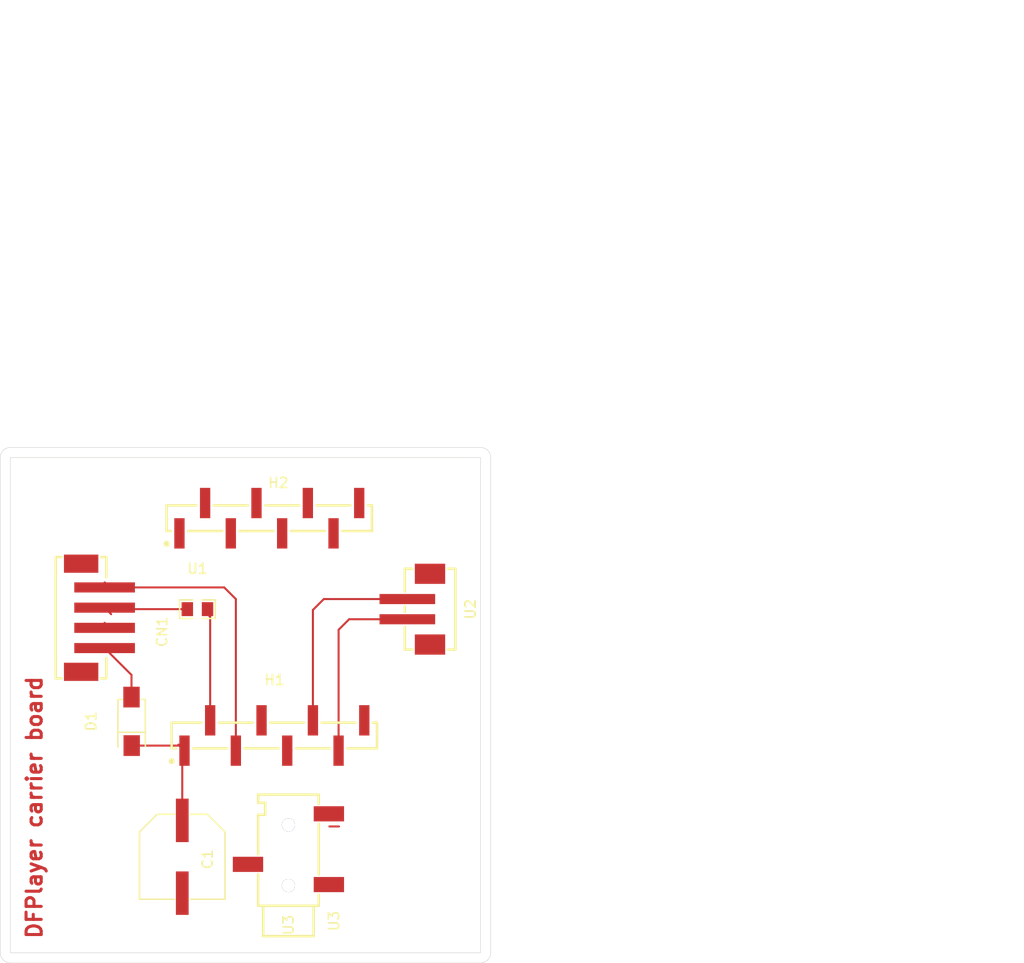
<source format=kicad_pcb>
(kicad_pcb (version 20241229) (generator "pcbnew") (generator_version "9.0")
  (layers (0 "F.Cu" signal) (2 "B.Cu" signal) (13 "F.Paste" user) (15 "B.Paste" user) (5 "F.SilkS" user "F.Silkscreen") (7 "B.SilkS" user "B.Silkscreen") (1 "F.Mask" user) (3 "B.Mask" user) (25 "Edge.Cuts" user))
  (net 0 "")
  (net 1 "_4")
  (net 2 "ADKEY_2")
  (net 3 "_6")
  (net 4 "ADKEY_1")
  (net 5 "df_header_right-GND")
  (net 6 "_3")
  (net 7 "_5")
  (net 8 "IO_2")
  (net 9 "IO_1")
  (net 11 "BUSY")
  (net 12 "SPK_1")
  (net 13 "power_5v-VCC")
  (net 15 "df_header_left-VCC")
  (net 16 "TX")
  (net 17 "USB_M")
  (net 19 "USB_P")
  (net 20 "net")
  (net 21 "df_header_left-RX")
  (net 22 "footprint-RX")
  (net 23 "power_5v-GND")
  (net 24 "DAC_R")
  (net 25 "DAC_L")
  (net 26 "SPK_2")
  (footprint "hanxia_HX_PM2_54_1x8P_TP_H8_5_ZQ:HDR-SMD_8P-P2.54-V-F-LS4.7" (layer "F.Cu") (at 152.61 81 0)
    (property "Reference" "H2" (at 0.89 -3.5 0) (layer "F.SilkS") (hide no))
    (property "Value" "")
    (fp_line (start -10.16 -1.27) (end -7.22 -1.27) (stroke (width 0.25)) (layer "F.SilkS"))
    (fp_line (start -10.16 1.27) (end -10.16 -1.27) (stroke (width 0.25)) (layer "F.SilkS"))
    (fp_line (start -9.75 1.27) (end -10.16 1.27) (stroke (width 0.25)) (layer "F.SilkS"))
    (fp_line (start -5.49 -1.27) (end -2.13 -1.27) (stroke (width 0.25)) (layer "F.SilkS"))
    (fp_line (start -4.67 1.27) (end -8.02 1.27) (stroke (width 0.25)) (layer "F.SilkS"))
    (fp_line (start -0.4 -1.27) (end 2.95 -1.27) (stroke (width 0.25)) (layer "F.SilkS"))
    (fp_line (start 0.4 1.27) (end -2.95 1.27) (stroke (width 0.25)) (layer "F.SilkS"))
    (fp_line (start 4.67 -1.27) (end 8.02 -1.27) (stroke (width 0.25)) (layer "F.SilkS"))
    (fp_line (start 5.49 1.27) (end 2.13 1.27) (stroke (width 0.25)) (layer "F.SilkS"))
    (fp_line (start 7.22 1.27) (end 10.15 1.27) (stroke (width 0.25)) (layer "F.SilkS"))
    (fp_line (start 10.15 -1.27) (end 9.75 -1.27) (stroke (width 0.25)) (layer "F.SilkS"))
    (fp_line (start 10.15 -1.27) (end 10.15 -0.51) (stroke (width 0.25)) (layer "F.SilkS"))
    (fp_line (start 10.15 -0.51) (end 10.15 1.27) (stroke (width 0.25)) (layer "F.SilkS"))
    (fp_circle (center -10.16 2.54) (end -10.01 2.54) (stroke (width 0.3)) (fill no) (layer "F.SilkS"))
    (pad "1" smd rect (at -8.89 1.5 180) (size 1.02 3) (layers "F.Cu" "F.Mask" "F.Paste") (net 9 "IO_1"))
    (pad "2" smd rect (at -6.35 -1.5 180) (size 1.02 3) (layers "F.Cu" "F.Mask" "F.Paste") (net 5 "df_header_right-GND"))
    (pad "3" smd rect (at -3.81 1.5 180) (size 1.02 3) (layers "F.Cu" "F.Mask" "F.Paste") (net 8 "IO_2"))
    (pad "4" smd rect (at -1.27 -1.5 180) (size 1.02 3) (layers "F.Cu" "F.Mask" "F.Paste") (net 4 "ADKEY_1"))
    (pad "5" smd rect (at 1.27 1.5 180) (size 1.02 3) (layers "F.Cu" "F.Mask" "F.Paste") (net 2 "ADKEY_2"))
    (pad "6" smd rect (at 3.81 -1.5 180) (size 1.02 3) (layers "F.Cu" "F.Mask" "F.Paste") (net 19 "USB_P"))
    (pad "7" smd rect (at 6.35 1.5 180) (size 1.02 3) (layers "F.Cu" "F.Mask" "F.Paste") (net 17 "USB_M"))
    (pad "8" smd rect (at 8.89 -1.5 180) (size 1.02 3) (layers "F.Cu" "F.Mask" "F.Paste") (net 11 "BUSY"))
  )
  (footprint "JST_Sales_America_B4B_PH_SM4_TB_LF__SN:CONN-SMD_B4B-PH-SM4-TB-LF-SN" (layer "F.Cu") (at 135.16 90.85 -90)
    (property "Reference" "CN1" (at 1.4 -6.84 90) (layer "F.SilkS") (hide no))
    (property "Value" "")
    (fp_line (start -6 3.67) (end -6 3.09) (stroke (width 0.25)) (layer "F.SilkS"))
    (fp_line (start 6 3.67) (end -6 3.67) (stroke (width 0.25)) (layer "F.SilkS"))
    (fp_line (start 6 3.09) (end 6 3.67) (stroke (width 0.25)) (layer "F.SilkS"))
    (fp_line (start -6 -1.33) (end -6 -0.77) (stroke (width 0.25)) (layer "F.SilkS"))
    (fp_line (start -6 -1.33) (end -4 -1.33) (stroke (width 0.25)) (layer "F.SilkS"))
    (fp_line (start 4 -1.33) (end 6 -1.33) (stroke (width 0.25)) (layer "F.SilkS"))
    (fp_line (start 6 -1.33) (end 6 -0.77) (stroke (width 0.25)) (layer "F.SilkS"))
    (pad "1" smd rect (at 3 -1.16 90) (size 1 6) (layers "F.Cu" "F.Mask" "F.Paste") (net 13 "power_5v-VCC"))
    (pad "2" smd rect (at 1 -1.16 90) (size 1 6) (layers "F.Cu" "F.Mask" "F.Paste") (net 23 "power_5v-GND"))
    (pad "3" smd rect (at -1 -1.16 90) (size 1 6) (layers "F.Cu" "F.Mask" "F.Paste") (net 22 "footprint-RX"))
    (pad "4" smd rect (at -3 -1.16 90) (size 1 6) (layers "F.Cu" "F.Mask" "F.Paste") (net 16 "TX"))
    (pad "5" smd rect (at -5.35 1.16 270) (size 1.8 3.4) (layers "F.Cu" "F.Mask" "F.Paste") (net 7 "_5"))
    (pad "6" smd rect (at 5.35 1.16 270) (size 1.8 3.4) (layers "F.Cu" "F.Mask" "F.Paste") (net 3 "_6"))
  )
  (footprint "hongjiacheng_M1:SMA_L4.3-W2.6-LS5.0-RD" (layer "F.Cu") (at 138.99 101.1 90)
    (property "Reference" "D1" (at 0 -4.01 90) (layer "F.SilkS") (hide no))
    (property "Value" "")
    (fp_line (start -1.08 -1.36) (end -1.08 1.36) (stroke (width 0.15)) (layer "F.SilkS"))
    (fp_line (start -2.53 -1.36) (end 2.16 -1.35) (stroke (width 0.15)) (layer "F.SilkS"))
    (fp_line (start 2.16 -1.27) (end 2.16 -0.92) (stroke (width 0.15)) (layer "F.SilkS"))
    (fp_line (start 2.16 1.36) (end 2.16 1.01) (stroke (width 0.15)) (layer "F.SilkS"))
    (fp_line (start -2.5 1.36) (end 2.16 1.36) (stroke (width 0.15)) (layer "F.SilkS"))
    (fp_text user "${REFERENCE}" (at 0 -4.01 90) (layer "F.SilkS"))
    (pad "1" smd rect (at -2.4 0.01 90) (size 2.05 1.62) (layers "F.Cu" "F.Mask" "F.Paste") (net 15 "df_header_left-VCC"))
    (pad "2" smd rect (at 2.4 -0.01 270) (size 2.05 1.62) (layers "F.Cu" "F.Mask" "F.Paste") (net 13 "power_5v-VCC"))
  )
  (footprint "UNI_ROYAL_0805W8F1001T5E:R0805" (layer "F.Cu") (at 145.5 90 0)
    (property "Reference" "U1" (at 0 -4 0) (layer "F.SilkS") (hide no))
    (property "Value" "1kΩ ±1% 125mW")
    (fp_line (start -1.76 -0.92) (end -0.48 -0.92) (stroke (width 0.15)) (layer "F.SilkS"))
    (fp_line (start -1.76 0.92) (end -1.76 -0.92) (stroke (width 0.15)) (layer "F.SilkS"))
    (fp_line (start -0.48 0.92) (end -1.76 0.92) (stroke (width 0.15)) (layer "F.SilkS"))
    (fp_line (start 0.48 0.92) (end 1.76 0.92) (stroke (width 0.15)) (layer "F.SilkS"))
    (fp_line (start 1.76 -0.92) (end 0.48 -0.92) (stroke (width 0.15)) (layer "F.SilkS"))
    (fp_line (start 1.76 0.92) (end 1.76 -0.92) (stroke (width 0.15)) (layer "F.SilkS"))
    (fp_text user "${REFERENCE}" (at 0 -4 0) (layer "F.SilkS"))
    (pad "1" smd rect (at -1 0 0) (size 1.13 1.38) (layers "F.Cu" "F.Mask" "F.Paste") (net 22 "footprint-RX"))
    (pad "2" smd rect (at 1 0 0) (size 1.13 1.38) (layers "F.Cu" "F.Mask" "F.Paste") (net 21 "df_header_left-RX"))
  )
  (footprint "hanxia_HX_PM2_54_1x8P_TP_H8_5_ZQ:HDR-SMD_8P-P2.54-V-F-LS4.7" (layer "F.Cu") (at 153.11 102.5 0)
    (property "Reference" "H1" (at 0 -5.5 0) (layer "F.SilkS") (hide no))
    (property "Value" "")
    (fp_line (start -10.16 -1.27) (end -7.22 -1.27) (stroke (width 0.25)) (layer "F.SilkS"))
    (fp_line (start -10.16 1.27) (end -10.16 -1.27) (stroke (width 0.25)) (layer "F.SilkS"))
    (fp_line (start -9.75 1.27) (end -10.16 1.27) (stroke (width 0.25)) (layer "F.SilkS"))
    (fp_line (start -5.49 -1.27) (end -2.13 -1.27) (stroke (width 0.25)) (layer "F.SilkS"))
    (fp_line (start -4.67 1.27) (end -8.02 1.27) (stroke (width 0.25)) (layer "F.SilkS"))
    (fp_line (start -0.4 -1.27) (end 2.95 -1.27) (stroke (width 0.25)) (layer "F.SilkS"))
    (fp_line (start 0.4 1.27) (end -2.95 1.27) (stroke (width 0.25)) (layer "F.SilkS"))
    (fp_line (start 4.67 -1.27) (end 8.02 -1.27) (stroke (width 0.25)) (layer "F.SilkS"))
    (fp_line (start 5.49 1.27) (end 2.13 1.27) (stroke (width 0.25)) (layer "F.SilkS"))
    (fp_line (start 7.22 1.27) (end 10.15 1.27) (stroke (width 0.25)) (layer "F.SilkS"))
    (fp_line (start 10.15 -1.27) (end 9.75 -1.27) (stroke (width 0.25)) (layer "F.SilkS"))
    (fp_line (start 10.15 -1.27) (end 10.15 -0.51) (stroke (width 0.25)) (layer "F.SilkS"))
    (fp_line (start 10.15 -0.51) (end 10.15 1.27) (stroke (width 0.25)) (layer "F.SilkS"))
    (fp_circle (center -10.16 2.54) (end -10.01 2.54) (stroke (width 0.3)) (fill no) (layer "F.SilkS"))
    (fp_text user "${REFERENCE}" (at 0 -5.5 0) (layer "F.SilkS"))
    (pad "1" smd rect (at -8.89 1.5 180) (size 1.02 3) (layers "F.Cu" "F.Mask" "F.Paste") (net 15 "df_header_left-VCC"))
    (pad "2" smd rect (at -6.35 -1.5 180) (size 1.02 3) (layers "F.Cu" "F.Mask" "F.Paste") (net 21 "df_header_left-RX"))
    (pad "3" smd rect (at -3.81 1.5 180) (size 1.02 3) (layers "F.Cu" "F.Mask" "F.Paste") (net 16 "TX"))
    (pad "4" smd rect (at -1.27 -1.5 180) (size 1.02 3) (layers "F.Cu" "F.Mask" "F.Paste") (net 24 "DAC_R"))
    (pad "5" smd rect (at 1.27 1.5 180) (size 1.02 3) (layers "F.Cu" "F.Mask" "F.Paste") (net 25 "DAC_L"))
    (pad "6" smd rect (at 3.81 -1.5 180) (size 1.02 3) (layers "F.Cu" "F.Mask" "F.Paste") (net 12 "SPK_1"))
    (pad "7" smd rect (at 6.35 1.5 180) (size 1.02 3) (layers "F.Cu" "F.Mask" "F.Paste") (net 23 "power_5v-GND"))
    (pad "8" smd rect (at 8.89 -1.5 180) (size 1.02 3) (layers "F.Cu" "F.Mask" "F.Paste") (net 26 "SPK_2"))
  )
  (footprint "JST_Sales_America_B2B_PH_SM4_TBT_LF__SN:CONN-SMD_B2B-PH-SM4-TBT-LF-SN" (layer "F.Cu") (at 167.38 90 -90)
    (property "Reference" "U2" (at 0 -5.12 90) (layer "F.SilkS") (hide no))
    (property "Value" "")
    (fp_line (start -4 1.37) (end -1.73 1.37) (stroke (width 0.25)) (layer "F.SilkS"))
    (fp_line (start -0.27 1.37) (end 0.27 1.37) (stroke (width 0.25)) (layer "F.SilkS"))
    (fp_line (start 1.73 1.37) (end 4 1.37) (stroke (width 0.25)) (layer "F.SilkS"))
    (fp_line (start 4 1.37) (end 4 0.6) (stroke (width 0.25)) (layer "F.SilkS"))
    (fp_line (start -4 0.6) (end -4 1.37) (stroke (width 0.25)) (layer "F.SilkS"))
    (fp_line (start 4 -2.86) (end 4 -3.63) (stroke (width 0.25)) (layer "F.SilkS"))
    (fp_line (start -4 -3.63) (end -4 -2.86) (stroke (width 0.25)) (layer "F.SilkS"))
    (fp_line (start -4 -3.63) (end 4 -3.63) (stroke (width 0.25)) (layer "F.SilkS"))
    (fp_text user "${REFERENCE}" (at 0 -5.12 90) (layer "F.SilkS"))
    (pad "1" smd rect (at -1 1.12 270) (size 1 5.5) (layers "F.Cu" "F.Mask" "F.Paste") (net 12 "SPK_1"))
    (pad "2" smd rect (at 1 1.12 270) (size 1 5.5) (layers "F.Cu" "F.Mask" "F.Paste") (net 26 "SPK_2"))
    (pad "3" smd rect (at 3.5 -1.12 270) (size 2 3) (layers "F.Cu" "F.Mask" "F.Paste") (net 6 "_3"))
    (pad "4" smd rect (at -3.5 -1.12 270) (size 2 3) (layers "F.Cu" "F.Mask" "F.Paste") (net 1 "_4"))
  )
  (footprint "PANASONIC_EEEFK1A471AP:CAP-SMD_BD8.0-L8.3-W8.3-LS9.9-FD" (layer "F.Cu") (at 144 114.5 -90)
    (property "Reference" "C1" (hide yes))
    (property "Value" "")
    (fp_line (start -2.46 4.23) (end -4.2 2.49) (stroke (width 0.15)) (layer "F.SilkS"))
    (fp_line (start 4.2 4.23) (end -2.46 4.23) (stroke (width 0.15)) (layer "F.SilkS"))
    (fp_line (start -4.2 2.49) (end -4.2 0.78) (stroke (width 0.15)) (layer "F.SilkS"))
    (fp_line (start 4.2 0.78) (end 4.2 4.23) (stroke (width 0.15)) (layer "F.SilkS"))
    (fp_line (start 4.2 -0.78) (end 4.2 -4.23) (stroke (width 0.15)) (layer "F.SilkS"))
    (fp_line (start -4.2 -2.49) (end -4.2 -0.78) (stroke (width 0.15)) (layer "F.SilkS"))
    (fp_line (start -2.46 -4.23) (end -4.2 -2.49) (stroke (width 0.15)) (layer "F.SilkS"))
    (fp_line (start 4.2 -4.23) (end -2.46 -4.23) (stroke (width 0.15)) (layer "F.SilkS"))
    (fp_text user "${REFERENCE}" (at 0.25 -2.5 90) (layer "F.SilkS"))
    (pad "1" smd rect (at -3.6 0 270) (size 4.3 1.26) (layers "F.Cu" "F.Mask" "F.Paste") (net 15 "df_header_left-VCC"))
    (pad "2" smd rect (at 3.6 0 270) (size 4.3 1.26) (layers "F.Cu" "F.Mask" "F.Paste") (net 23 "power_5v-GND"))
  )
  (footprint "SOFNG_PJ_320B:AUDIO-SMD_PJ-320B" (layer "F.Cu") (at 154.5 113.75 180)
    (property "Reference" "U3" (at 0 -7.5 90) (layer "F.SilkS") (hide no))
    (property "Value" "")
    (fp_line (start 3 5.4) (end -3 5.4) (stroke (width 0.25)) (layer "F.SilkS"))
    (fp_line (start 3 4.6) (end 3 5.4) (stroke (width 0.25)) (layer "F.SilkS"))
    (fp_line (start 3 3.4) (end 2.3 3.4) (stroke (width 0.25)) (layer "F.SilkS"))
    (fp_line (start 3 -0.52) (end 3 3.4) (stroke (width 0.25)) (layer "F.SilkS"))
    (fp_line (start 3 -5.6) (end 3 -2.48) (stroke (width 0.25)) (layer "F.SilkS"))
    (fp_line (start 2.5 -5.6) (end 2.5 -8.6) (stroke (width 0.25)) (layer "F.SilkS"))
    (fp_line (start 2.3 4.6) (end 3 4.6) (stroke (width 0.25)) (layer "F.SilkS"))
    (fp_line (start 2.3 3.4) (end 2.3 4.6) (stroke (width 0.25)) (layer "F.SilkS"))
    (fp_line (start -2.5 -5.6) (end -2.5 -8.6) (stroke (width 0.25)) (layer "F.SilkS"))
    (fp_line (start -2.5 -8.6) (end 2.5 -8.6) (stroke (width 0.25)) (layer "F.SilkS"))
    (fp_line (start -3 4.48) (end -3 5.4) (stroke (width 0.25)) (layer "F.SilkS"))
    (fp_line (start -3 -2.52) (end -3 2.52) (stroke (width 0.25)) (layer "F.SilkS"))
    (fp_line (start -3 -5.6) (end 3 -5.6) (stroke (width 0.25)) (layer "F.SilkS"))
    (fp_line (start -3 -5.6) (end -3 -4.48) (stroke (width 0.25)) (layer "F.SilkS"))
    (fp_text user "${REFERENCE}" (at -4.5 -7.1 90) (layer "F.SilkS"))
    (pad "" thru_hole circle (at 0 -3.6 180) (size 1.3 1.3) (drill 1.3) (layers "*.Cu" "*.Mask") (net 20 "net"))
    (pad "" thru_hole circle (at 0 2.4 180) (size 1.3 1.3) (drill 1.3) (layers "*.Cu" "*.Mask") (net 20 "net"))
    (pad "1" smd rect (at -4 -3.5 180) (size 3 1.5) (layers "F.Cu" "F.Mask" "F.Paste") (net 25 "DAC_L"))
    (pad "2" smd rect (at 4 -1.5 180) (size 3 1.5) (layers "F.Cu" "F.Mask" "F.Paste") (net 24 "DAC_R"))
    (pad "3" smd rect (at -4 3.5 180) (size 3 1.5) (layers "F.Cu" "F.Mask" "F.Paste") (net 23 "power_5v-GND"))
  )
  (segment (start 159.46 92.04) (end 159.46 104) (width 0.2) (net 0) (layer "F.Cu"))
  (segment (start 166.26 91) (end 160.5 91) (width 0.2) (net 0) (layer "F.Cu"))
  (segment (start 160.5 91) (end 159.46 92.04) (width 0.2) (net 0) (layer "F.Cu"))
  (segment (start 159.5 111.5) (end 158.55 111.5) (width 0.2) (net 11) (layer "F.Cu"))
  (segment (start 136.49 91.52) (end 136.32 91.35) (width 0.2) (net 11) (layer "F.Cu"))
  (segment (start 156.92 90.08) (end 158 89) (width 0.2) (net 12) (layer "F.Cu"))
  (segment (start 156.92 101) (end 156.92 90.08) (width 0.2) (net 12) (layer "F.Cu"))
  (segment (start 158 89) (end 166.26 89) (width 0.2) (net 12) (layer "F.Cu"))
  (segment (start 138.98 96.51) (end 136.32 93.85) (width 0.2) (net 13) (layer "F.Cu"))
  (segment (start 138.98 98.7) (end 138.98 96.51) (width 0.2) (net 13) (layer "F.Cu"))
  (segment (start 154.38 104) (end 154.802 104) (width 0.2) (net 0) (layer "F.Cu"))
  (segment (start 143.72 103.5) (end 144.22 104) (width 0.2) (net 15) (layer "F.Cu"))
  (segment (start 144 104.22) (end 144.22 104) (width 0.2) (net 15) (layer "F.Cu"))
  (segment (start 144 110.9) (end 144 104.22) (width 0.2) (net 15) (layer "F.Cu"))
  (segment (start 139 103.5) (end 143.72 103.5) (width 0.2) (net 15) (layer "F.Cu"))
  (segment (start 144.6 104.38) (end 144.22 104) (width 0.2) (net 15) (layer "F.Cu"))
  (segment (start 143.62 103.4) (end 144.22 104) (width 0.2) (net 15) (layer "F.Cu"))
  (segment (start 136.97 88) (end 136.32 87.35) (width 0.2) (net 16) (layer "F.Cu"))
  (segment (start 149.3 104) (end 149.3 89) (width 0.2) (net 16) (layer "F.Cu"))
  (segment (start 148.15 87.85) (end 136.32 87.85) (width 0.2) (net 16) (layer "F.Cu"))
  (segment (start 149.3 89) (end 148.15 87.85) (width 0.2) (net 16) (layer "F.Cu"))
  (segment (start 152 101.16) (end 151.84 101) (width 0.2) (net 0) (layer "F.Cu"))
  (segment (start 146.76 90.26) (end 146.5 90) (width 0.2) (net 21) (layer "F.Cu"))
  (segment (start 146.86 100.9) (end 146.76 101) (width 0.2) (net 21) (layer "F.Cu"))
  (segment (start 146.76 101) (end 146.76 90.26) (width 0.2) (net 21) (layer "F.Cu"))
  (segment (start 146.5 90) (end 146.5 90.5) (width 0.2) (net 21) (layer "F.Cu"))
  (segment (start 146.5 90.5) (end 146.76 90.76) (width 0.2) (net 21) (layer "F.Cu"))
  (segment (start 144.5 90) (end 136.47 90) (width 0.2) (net 22) (layer "F.Cu"))
  (segment (start 136.97 90.5) (end 136.32 89.85) (width 0.2) (net 22) (layer "F.Cu"))
  (segment (start 136.47 90) (end 136.32 89.85) (width 0.2) (net 22) (layer "F.Cu"))
  (gr_line (start 126 124) (end 126 75) (stroke (width 0.05)) (layer "Edge.Cuts"))
  (gr_line (start 173.5 125) (end 127 125) (stroke (width 0.05)) (layer "Edge.Cuts"))
  (gr_line (start 174.5 75) (end 174.5 124) (stroke (width 0.05)) (layer "Edge.Cuts"))
  (gr_line (start 127 74) (end 173.5 74) (stroke (width 0.05)) (layer "Edge.Cuts"))
  (gr_arc (start 127 125) (mid 126.292893 124.707107) (end 126 124) (stroke (width 0.05)) (layer "Edge.Cuts"))
  (gr_arc (start 126 75) (mid 126.292893 74.292893) (end 127 74) (stroke (width 0.05)) (layer "Edge.Cuts"))
  (gr_arc (start 174.5 124) (mid 174.207107 124.707107) (end 173.5 125) (stroke (width 0.05)) (layer "Edge.Cuts"))
  (gr_arc (start 173.5 74) (mid 174.207107 74.292893) (end 174.5 75) (stroke (width 0.05)) (layer "Edge.Cuts"))
  (gr_rect (start 127 75) (end 173.5 124) (stroke (width 0.05)) (fill no) (layer "Edge.Cuts"))
  (gr_text "DFPlayer carrier board" (at 130.25 122.75 90) (layer "F.Cu") (effects (font (size 1.5 1.5) (thickness 0.3) (bold yes)) (justify left bottom)))
)
</source>
